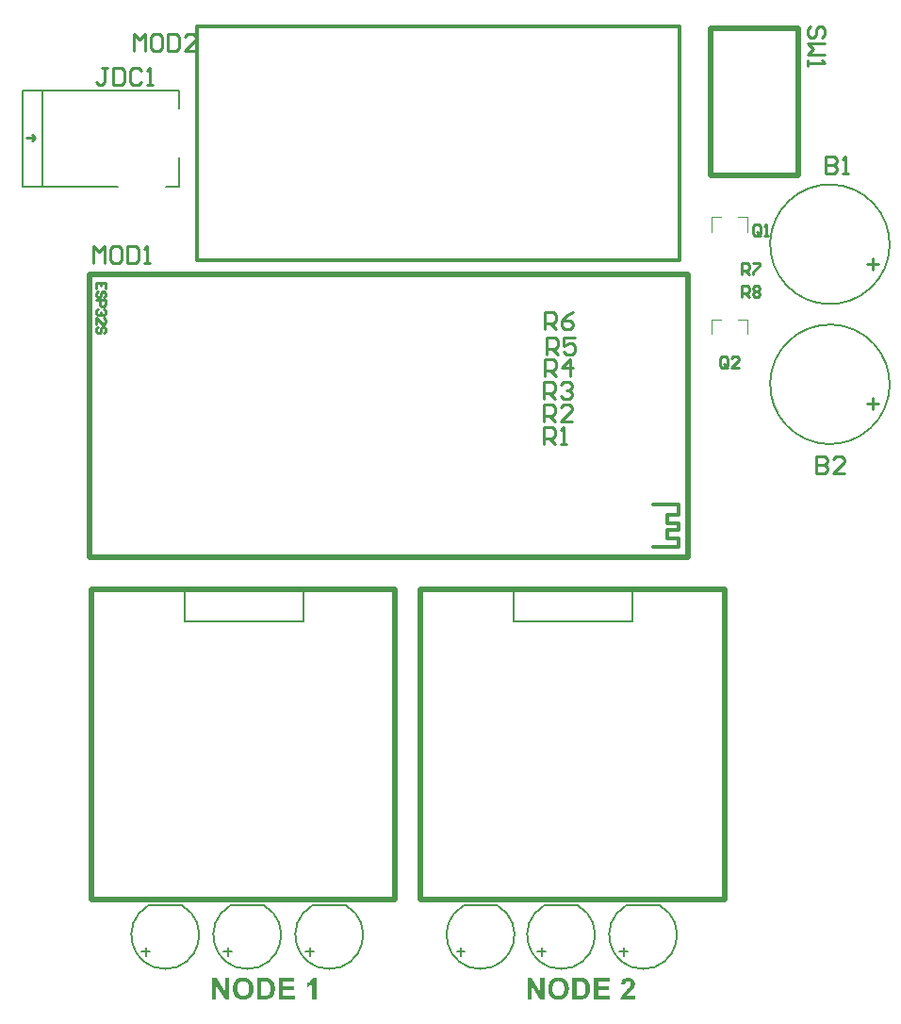
<source format=gto>
G04*
G04 #@! TF.GenerationSoftware,Altium Limited,Altium Designer,21.3.2 (30)*
G04*
G04 Layer_Color=65535*
%FSTAX24Y24*%
%MOIN*%
G70*
G04*
G04 #@! TF.SameCoordinates,70DC1E10-037C-42C7-9AD5-60C584CD1C3D*
G04*
G04*
G04 #@! TF.FilePolarity,Positive*
G04*
G01*
G75*
%ADD10C,0.0070*%
%ADD11C,0.0080*%
%ADD12C,0.0197*%
%ADD13C,0.0079*%
%ADD14C,0.0100*%
%ADD15C,0.0039*%
%ADD16C,0.0118*%
G36*
X018501Y011514D02*
X018348D01*
X018041Y012013D01*
Y011514D01*
X0179D01*
Y012271D01*
X018048D01*
X01836Y011761D01*
Y012271D01*
X018501D01*
Y011514D01*
D02*
G37*
G36*
X021482Y012274D02*
X021492Y012273D01*
X021503Y012272D01*
X021515Y012269D01*
X021528Y012267D01*
X021556Y01226D01*
X021584Y012249D01*
X0216Y012242D01*
X021613Y012234D01*
X021627Y012225D01*
X021639Y012214D01*
X02164Y012213D01*
X021642Y012212D01*
X021645Y012207D01*
X021649Y012203D01*
X021654Y012197D01*
X02166Y01219D01*
X021665Y012182D01*
X021672Y012172D01*
X021683Y01215D01*
X021694Y012125D01*
X021698Y012111D01*
X0217Y012096D01*
X021703Y012079D01*
X021704Y012063D01*
Y012061D01*
Y012054D01*
X021703Y012044D01*
X021701Y012032D01*
X021699Y012017D01*
X021696Y012001D01*
X021692Y011983D01*
X021685Y011966D01*
X021684Y011963D01*
X021682Y011958D01*
X021677Y011948D01*
X021671Y011936D01*
X021663Y011922D01*
X021653Y011905D01*
X021641Y011888D01*
X021627Y011869D01*
X021626Y011868D01*
X021622Y011863D01*
X021615Y011855D01*
X021605Y011844D01*
X021592Y011831D01*
X021576Y011814D01*
X021556Y011795D01*
X021532Y011772D01*
X021531Y011771D01*
X021529Y01177D01*
X021525Y011767D01*
X021521Y011762D01*
X021509Y011751D01*
X021495Y011738D01*
X021481Y011724D01*
X021466Y01171D01*
X021453Y011698D01*
X021449Y011692D01*
X021445Y011688D01*
X021444Y011687D01*
X021441Y011685D01*
X021438Y01168D01*
X021434Y011675D01*
X021424Y011663D01*
X021415Y011649D01*
X021704D01*
Y011514D01*
X021195D01*
Y011515D01*
Y011517D01*
X021196Y011522D01*
X021198Y011527D01*
X021199Y011534D01*
X0212Y011542D01*
X021204Y011561D01*
X021211Y011583D01*
X021219Y011607D01*
X02123Y011633D01*
X021245Y011658D01*
Y01166D01*
X021247Y011662D01*
X021249Y011666D01*
X021253Y011671D01*
X021258Y011678D01*
X021264Y011686D01*
X021272Y011696D01*
X021281Y011707D01*
X02129Y01172D01*
X021303Y011733D01*
X021316Y011748D01*
X021331Y011765D01*
X021347Y011781D01*
X021366Y011799D01*
X021386Y011819D01*
X021407Y01184D01*
X021409Y011841D01*
X021412Y011844D01*
X021416Y011849D01*
X021423Y011855D01*
X021431Y011862D01*
X02144Y011871D01*
X02146Y01189D01*
X02148Y011911D01*
X021499Y011932D01*
X021508Y01194D01*
X021517Y01195D01*
X021523Y011958D01*
X021528Y011965D01*
X021529Y011967D01*
X021532Y011972D01*
X021537Y011981D01*
X021543Y011993D01*
X021548Y012006D01*
X021554Y012021D01*
X021557Y012037D01*
X021558Y012053D01*
Y012054D01*
Y012055D01*
Y012061D01*
X021557Y012071D01*
X021555Y012081D01*
X021552Y012093D01*
X021547Y012106D01*
X021541Y012118D01*
X021532Y012128D01*
X021531Y01213D01*
X021528Y012133D01*
X021521Y012137D01*
X021513Y012142D01*
X021503Y012146D01*
X02149Y01215D01*
X021476Y012154D01*
X02146Y012155D01*
X021452D01*
X021444Y012154D01*
X021434Y012151D01*
X021422Y012148D01*
X02141Y012143D01*
X021398Y012136D01*
X021387Y012127D01*
X021386Y012126D01*
X021382Y012122D01*
X021378Y012115D01*
X021374Y012106D01*
X021368Y012093D01*
X021364Y012077D01*
X021359Y012059D01*
X021357Y012037D01*
X021213Y012051D01*
Y012052D01*
X021214Y012056D01*
Y012062D01*
X021216Y012071D01*
X021217Y01208D01*
X021221Y012091D01*
X021224Y012103D01*
X021227Y012118D01*
X021238Y012145D01*
X021251Y012173D01*
X02126Y012188D01*
X02127Y012201D01*
X021281Y012212D01*
X021293Y012222D01*
X021294Y012224D01*
X021296Y012225D01*
X021299Y012227D01*
X021305Y012231D01*
X021311Y012234D01*
X02132Y012239D01*
X021329Y012244D01*
X02134Y012249D01*
X021352Y012254D01*
X021365Y012259D01*
X021393Y012267D01*
X021427Y012273D01*
X021445Y012274D01*
X021463Y012275D01*
X021474D01*
X021482Y012274D01*
D02*
G37*
G36*
X020808Y012143D02*
X020401D01*
Y011975D01*
X02078D01*
Y011848D01*
X020401D01*
Y011642D01*
X020823D01*
Y011514D01*
X020248D01*
Y012271D01*
X020808D01*
Y012143D01*
D02*
G37*
G36*
X019795Y012269D02*
X019816Y012268D01*
X019839Y012267D01*
X019863Y012264D01*
X019886Y012261D01*
X019907Y012255D01*
X019908D01*
X01991Y012254D01*
X019913Y012253D01*
X019918Y012252D01*
X019931Y012247D01*
X019946Y012239D01*
X019964Y012229D01*
X019983Y012217D01*
X020002Y012203D01*
X02002Y012185D01*
X020022D01*
X020023Y012183D01*
X020028Y012177D01*
X020037Y012166D01*
X020047Y012151D01*
X020059Y012134D01*
X020071Y012113D01*
X020083Y012089D01*
X020093Y012063D01*
Y012062D01*
X020094Y01206D01*
X020095Y012055D01*
X020097Y01205D01*
X020098Y012043D01*
X0201Y012034D01*
X020102Y012025D01*
X020106Y012014D01*
X020108Y012002D01*
X02011Y011987D01*
X020112Y011973D01*
X020113Y011957D01*
X020117Y011923D01*
X020118Y011885D01*
Y011884D01*
Y01188D01*
Y011876D01*
Y011869D01*
X020117Y011861D01*
Y011852D01*
X020116Y011841D01*
X020114Y011829D01*
X020112Y011804D01*
X020108Y011778D01*
X020101Y01175D01*
X020094Y011724D01*
Y011723D01*
X020093Y011721D01*
X02009Y011716D01*
X020088Y01171D01*
X020086Y011703D01*
X020082Y011696D01*
X020073Y011676D01*
X020062Y011655D01*
X020048Y011632D01*
X020031Y01161D01*
X020013Y01159D01*
X020011Y011587D01*
X020005Y011583D01*
X019996Y011577D01*
X019984Y011568D01*
X019969Y011558D01*
X019952Y011548D01*
X01993Y011538D01*
X019906Y01153D01*
X019905D01*
X019903Y011528D01*
X0199D01*
X019897Y011527D01*
X019885Y011525D01*
X01987Y011522D01*
X019851Y011519D01*
X019828Y011516D01*
X019801Y011515D01*
X019771Y011514D01*
X019485D01*
Y012271D01*
X019787D01*
X019795Y012269D01*
D02*
G37*
G36*
X019013Y012284D02*
X019024D01*
X019038Y012281D01*
X019054Y012279D01*
X019073Y012276D01*
X019092Y012272D01*
X019113Y012266D01*
X019135Y01226D01*
X019157Y012251D01*
X01918Y012241D01*
X019202Y012229D01*
X019224Y012215D01*
X019244Y012198D01*
X019264Y01218D01*
X019265Y012179D01*
X019268Y012175D01*
X019274Y012169D01*
X019279Y012161D01*
X019287Y01215D01*
X019296Y012137D01*
X019304Y012122D01*
X019314Y012104D01*
X019324Y012086D01*
X019333Y012064D01*
X019342Y01204D01*
X019349Y012015D01*
X019356Y011986D01*
X01936Y011957D01*
X019364Y011925D01*
X019365Y011891D01*
Y011889D01*
Y011884D01*
X019364Y011874D01*
Y011861D01*
X019361Y011845D01*
X019359Y011828D01*
X019356Y011807D01*
X019353Y011786D01*
X019347Y011763D01*
X019341Y011739D01*
X019332Y011715D01*
X019322Y011691D01*
X019311Y011668D01*
X019297Y011645D01*
X019282Y011624D01*
X019264Y011603D01*
X019263Y011602D01*
X01926Y011598D01*
X019254Y011593D01*
X019245Y011586D01*
X019236Y011579D01*
X019224Y01157D01*
X019209Y011561D01*
X019194Y011551D01*
X019176Y011542D01*
X019156Y011533D01*
X019134Y011524D01*
X01911Y011516D01*
X019085Y01151D01*
X019057Y011504D01*
X019029Y011501D01*
X018998Y0115D01*
X018991D01*
X018982Y011501D01*
X018971Y011502D01*
X018957Y011503D01*
X018941Y011505D01*
X018922Y011509D01*
X018902Y011513D01*
X01888Y011519D01*
X01886Y011525D01*
X018837Y011534D01*
X018815Y011544D01*
X018792Y011555D01*
X018771Y011569D01*
X01875Y011584D01*
X018731Y011603D01*
X01873Y011604D01*
X018726Y011607D01*
X018722Y011614D01*
X018715Y011621D01*
X018708Y011632D01*
X018699Y011645D01*
X01869Y01166D01*
X018681Y011677D01*
X018672Y011696D01*
X018663Y011718D01*
X018654Y01174D01*
X018647Y011766D01*
X01864Y011793D01*
X018636Y011822D01*
X018632Y011854D01*
X018631Y011887D01*
Y011888D01*
Y011892D01*
Y011898D01*
X018632Y011907D01*
Y011916D01*
X018633Y011927D01*
X018635Y01194D01*
X018636Y011955D01*
X01864Y011985D01*
X018645Y012018D01*
X018654Y012051D01*
X018665Y012081D01*
Y012083D01*
X018666Y012084D01*
X018668Y012087D01*
X018669Y012091D01*
X018676Y012102D01*
X018684Y012116D01*
X018694Y012133D01*
X018706Y012149D01*
X01872Y012168D01*
X018735Y012185D01*
X018736Y012186D01*
X018737Y012188D01*
X018743Y012193D01*
X018753Y012202D01*
X018765Y012212D01*
X018779Y012222D01*
X018795Y012234D01*
X018814Y012245D01*
X018833Y012254D01*
X018835D01*
X018837Y012255D01*
X018841Y012257D01*
X018847Y012259D01*
X018853Y012262D01*
X018861Y012264D01*
X018871Y012266D01*
X01888Y012269D01*
X018904Y012275D01*
X018932Y01228D01*
X018963Y012284D01*
X018996Y012285D01*
X019004D01*
X019013Y012284D01*
D02*
G37*
G36*
X007351Y011514D02*
X007198D01*
X006891Y012013D01*
Y011514D01*
X00675D01*
Y012271D01*
X006898D01*
X00721Y011761D01*
Y012271D01*
X007351D01*
Y011514D01*
D02*
G37*
G36*
X010434D02*
X010289D01*
Y012062D01*
X010288Y012061D01*
X010286Y012059D01*
X010281Y012055D01*
X010275Y01205D01*
X010267Y012043D01*
X010259Y012037D01*
X010248Y012029D01*
X010236Y01202D01*
X010222Y012012D01*
X010208Y012003D01*
X010193Y011993D01*
X010177Y011984D01*
X010142Y011968D01*
X010102Y011953D01*
Y012084D01*
X010103D01*
X010104Y012085D01*
X010108Y012086D01*
X010112Y012087D01*
X010123Y012092D01*
X010138Y012099D01*
X010157Y012108D01*
X010178Y01212D01*
X010201Y012135D01*
X010225Y012153D01*
X010226Y012154D01*
X010228Y012155D01*
X010231Y012158D01*
X010236Y012162D01*
X010248Y012173D01*
X010261Y012188D01*
X010276Y012205D01*
X010291Y012227D01*
X010306Y01225D01*
X010316Y012275D01*
X010434D01*
Y011514D01*
D02*
G37*
G36*
X009658Y012143D02*
X009251D01*
Y011975D01*
X00963D01*
Y011848D01*
X009251D01*
Y011642D01*
X009673D01*
Y011514D01*
X009098D01*
Y012271D01*
X009658D01*
Y012143D01*
D02*
G37*
G36*
X008645Y012269D02*
X008666Y012268D01*
X008689Y012267D01*
X008713Y012264D01*
X008736Y012261D01*
X008757Y012255D01*
X008758D01*
X00876Y012254D01*
X008763Y012253D01*
X008768Y012252D01*
X008781Y012247D01*
X008796Y012239D01*
X008814Y012229D01*
X008833Y012217D01*
X008852Y012203D01*
X00887Y012185D01*
X008872D01*
X008873Y012183D01*
X008878Y012177D01*
X008887Y012166D01*
X008897Y012151D01*
X008909Y012134D01*
X008921Y012113D01*
X008933Y012089D01*
X008943Y012063D01*
Y012062D01*
X008944Y01206D01*
X008945Y012055D01*
X008947Y01205D01*
X008948Y012043D01*
X00895Y012034D01*
X008952Y012025D01*
X008956Y012014D01*
X008958Y012002D01*
X00896Y011987D01*
X008962Y011973D01*
X008963Y011957D01*
X008967Y011923D01*
X008968Y011885D01*
Y011884D01*
Y01188D01*
Y011876D01*
Y011869D01*
X008967Y011861D01*
Y011852D01*
X008966Y011841D01*
X008964Y011829D01*
X008962Y011804D01*
X008958Y011778D01*
X008951Y01175D01*
X008944Y011724D01*
Y011723D01*
X008943Y011721D01*
X00894Y011716D01*
X008938Y01171D01*
X008936Y011703D01*
X008932Y011696D01*
X008923Y011676D01*
X008912Y011655D01*
X008898Y011632D01*
X008881Y01161D01*
X008863Y01159D01*
X008861Y011587D01*
X008855Y011583D01*
X008846Y011577D01*
X008834Y011568D01*
X008819Y011558D01*
X008802Y011548D01*
X00878Y011538D01*
X008756Y01153D01*
X008755D01*
X008753Y011528D01*
X00875D01*
X008747Y011527D01*
X008735Y011525D01*
X00872Y011522D01*
X008701Y011519D01*
X008678Y011516D01*
X008651Y011515D01*
X008621Y011514D01*
X008335D01*
Y012271D01*
X008637D01*
X008645Y012269D01*
D02*
G37*
G36*
X007863Y012284D02*
X007874D01*
X007888Y012281D01*
X007904Y012279D01*
X007923Y012276D01*
X007942Y012272D01*
X007963Y012266D01*
X007985Y01226D01*
X008007Y012251D01*
X00803Y012241D01*
X008052Y012229D01*
X008074Y012215D01*
X008094Y012198D01*
X008114Y01218D01*
X008115Y012179D01*
X008118Y012175D01*
X008124Y012169D01*
X008129Y012161D01*
X008137Y01215D01*
X008146Y012137D01*
X008155Y012122D01*
X008164Y012104D01*
X008174Y012086D01*
X008183Y012064D01*
X008192Y01204D01*
X008199Y012015D01*
X008206Y011986D01*
X00821Y011957D01*
X008214Y011925D01*
X008215Y011891D01*
Y011889D01*
Y011884D01*
X008214Y011874D01*
Y011861D01*
X008211Y011845D01*
X008209Y011828D01*
X008206Y011807D01*
X008203Y011786D01*
X008197Y011763D01*
X008191Y011739D01*
X008182Y011715D01*
X008172Y011691D01*
X008161Y011668D01*
X008147Y011645D01*
X008132Y011624D01*
X008114Y011603D01*
X008113Y011602D01*
X00811Y011598D01*
X008104Y011593D01*
X008095Y011586D01*
X008086Y011579D01*
X008074Y01157D01*
X008059Y011561D01*
X008044Y011551D01*
X008026Y011542D01*
X008006Y011533D01*
X007984Y011524D01*
X00796Y011516D01*
X007935Y01151D01*
X007907Y011504D01*
X007879Y011501D01*
X007848Y0115D01*
X007841D01*
X007832Y011501D01*
X007821Y011502D01*
X007807Y011503D01*
X007791Y011505D01*
X007772Y011509D01*
X007752Y011513D01*
X00773Y011519D01*
X00771Y011525D01*
X007687Y011534D01*
X007665Y011544D01*
X007642Y011555D01*
X007621Y011569D01*
X0076Y011584D01*
X007581Y011603D01*
X00758Y011604D01*
X007576Y011607D01*
X007572Y011614D01*
X007565Y011621D01*
X007558Y011632D01*
X007549Y011645D01*
X00754Y01166D01*
X007531Y011677D01*
X007522Y011696D01*
X007513Y011718D01*
X007504Y01174D01*
X007497Y011766D01*
X00749Y011793D01*
X007486Y011822D01*
X007482Y011854D01*
X007481Y011887D01*
Y011888D01*
Y011892D01*
Y011898D01*
X007482Y011907D01*
Y011916D01*
X007483Y011927D01*
X007484Y01194D01*
X007486Y011955D01*
X00749Y011985D01*
X007495Y012018D01*
X007504Y012051D01*
X007515Y012081D01*
Y012083D01*
X007516Y012084D01*
X007518Y012087D01*
X007519Y012091D01*
X007526Y012102D01*
X007534Y012116D01*
X007544Y012133D01*
X007556Y012149D01*
X00757Y012168D01*
X007585Y012185D01*
X007586Y012186D01*
X007587Y012188D01*
X007593Y012193D01*
X007603Y012202D01*
X007615Y012212D01*
X007629Y012222D01*
X007645Y012234D01*
X007664Y012245D01*
X007683Y012254D01*
X007685D01*
X007687Y012255D01*
X007691Y012257D01*
X007697Y012259D01*
X007703Y012262D01*
X007711Y012264D01*
X007721Y012266D01*
X00773Y012269D01*
X007754Y012275D01*
X007782Y01228D01*
X007813Y012284D01*
X007846Y012285D01*
X007854D01*
X007863Y012284D01*
D02*
G37*
%LPC*%
G36*
X019737Y012143D02*
X019638D01*
Y011642D01*
X019772D01*
X019787Y011643D01*
X019802D01*
X019817Y011645D01*
X019831Y011646D01*
X019843Y011649D01*
X019846D01*
X01985Y011651D01*
X019856Y011653D01*
X019865Y011656D01*
X019875Y011661D01*
X019885Y011666D01*
X019895Y011673D01*
X019905Y01168D01*
X019906Y011681D01*
X019909Y011685D01*
X019913Y01169D01*
X019919Y011698D01*
X019924Y011708D01*
X019932Y01172D01*
X019937Y011735D01*
X019944Y011752D01*
Y011754D01*
X019945Y011755D01*
Y011758D01*
X019946Y011762D01*
X019948Y011767D01*
X019949Y011773D01*
X019953Y01179D01*
X019955Y011809D01*
X019958Y011832D01*
X019959Y011861D01*
X01996Y011891D01*
Y011892D01*
Y011896D01*
Y0119D01*
Y011905D01*
Y011913D01*
X019959Y011922D01*
X019958Y01194D01*
X019956Y011962D01*
X019954Y011985D01*
X019949Y012006D01*
X019944Y012026D01*
Y012027D01*
X019943Y012028D01*
X019941Y012033D01*
X019937Y012042D01*
X019933Y012053D01*
X019926Y012064D01*
X019919Y012076D01*
X01991Y012088D01*
X0199Y012099D01*
X019899Y0121D01*
X019896Y012103D01*
X019889Y012108D01*
X019882Y012113D01*
X019871Y01212D01*
X019859Y012125D01*
X019846Y012131D01*
X01983Y012135D01*
X019829D01*
X019824Y012136D01*
X019815Y012137D01*
X019803Y012139D01*
X019795D01*
X019785Y012141D01*
X019776D01*
X019765Y012142D01*
X019752D01*
X019737Y012143D01*
D02*
G37*
G36*
X018998Y012155D02*
X01899D01*
X018983Y012154D01*
X018974Y012153D01*
X018966Y012151D01*
X018944Y012147D01*
X01892Y012138D01*
X018907Y012134D01*
X018894Y012127D01*
X018882Y01212D01*
X018868Y012111D01*
X018856Y012101D01*
X018845Y012089D01*
X018844Y012088D01*
X018843Y012086D01*
X01884Y012083D01*
X018837Y012077D01*
X018832Y012069D01*
X018828Y012062D01*
X018822Y012052D01*
X018817Y01204D01*
X018812Y012027D01*
X018806Y012013D01*
X018802Y011996D01*
X018797Y011979D01*
X018794Y011959D01*
X018791Y011938D01*
X01879Y011916D01*
X018789Y011892D01*
Y011891D01*
Y011887D01*
Y01188D01*
X01879Y011872D01*
X018791Y011861D01*
X018792Y011848D01*
X018794Y011834D01*
X018796Y011819D01*
X018803Y011787D01*
X018814Y011756D01*
X01882Y011739D01*
X018828Y011724D01*
X018838Y01171D01*
X018848Y011697D01*
X018849Y011696D01*
X018851Y011693D01*
X018854Y01169D01*
X018859Y011687D01*
X018864Y011681D01*
X018872Y011676D01*
X018879Y011669D01*
X018889Y011664D01*
X01891Y011651D01*
X018936Y011641D01*
X01895Y011637D01*
X018966Y011633D01*
X018982Y011631D01*
X018998Y01163D01*
X019007D01*
X019014Y011631D01*
X019021Y011632D01*
X01903Y011633D01*
X019051Y011639D01*
X019075Y011646D01*
X019087Y011652D01*
X0191Y011657D01*
X019112Y011665D01*
X019125Y011674D01*
X019137Y011684D01*
X019148Y011696D01*
X019149Y011697D01*
X01915Y011699D01*
X019154Y011702D01*
X019157Y011708D01*
X019162Y011715D01*
X019167Y011724D01*
X019172Y011734D01*
X019178Y011746D01*
X019183Y011759D01*
X019189Y011773D01*
X019194Y01179D01*
X019198Y011808D01*
X019202Y011827D01*
X019205Y011848D01*
X019206Y011871D01*
X019207Y011895D01*
Y011896D01*
Y0119D01*
Y011907D01*
X019206Y011916D01*
X019205Y011927D01*
X019204Y011939D01*
X019203Y011954D01*
X0192Y011968D01*
X019193Y011999D01*
X019183Y012032D01*
X019177Y012049D01*
X019169Y012063D01*
X019159Y012077D01*
X019149Y01209D01*
X019148Y012091D01*
X019147Y012093D01*
X019144Y012096D01*
X019139Y0121D01*
X019133Y012106D01*
X019126Y012111D01*
X019119Y012116D01*
X019109Y012123D01*
X019099Y012128D01*
X019087Y012134D01*
X019062Y012145D01*
X019048Y012149D01*
X019032Y012151D01*
X019016Y012154D01*
X018998Y012155D01*
D02*
G37*
G36*
X008587Y012143D02*
X008488D01*
Y011642D01*
X008622D01*
X008637Y011643D01*
X008652D01*
X008667Y011645D01*
X008681Y011646D01*
X008693Y011649D01*
X008696D01*
X0087Y011651D01*
X008706Y011653D01*
X008715Y011656D01*
X008725Y011661D01*
X008735Y011666D01*
X008745Y011673D01*
X008755Y01168D01*
X008756Y011681D01*
X008759Y011685D01*
X008763Y01169D01*
X008769Y011698D01*
X008774Y011708D01*
X008782Y01172D01*
X008787Y011735D01*
X008794Y011752D01*
Y011754D01*
X008795Y011755D01*
Y011758D01*
X008796Y011762D01*
X008798Y011767D01*
X008799Y011773D01*
X008803Y01179D01*
X008805Y011809D01*
X008808Y011832D01*
X008809Y011861D01*
X00881Y011891D01*
Y011892D01*
Y011896D01*
Y0119D01*
Y011905D01*
Y011913D01*
X008809Y011922D01*
X008808Y01194D01*
X008806Y011962D01*
X008804Y011985D01*
X008799Y012006D01*
X008794Y012026D01*
Y012027D01*
X008793Y012028D01*
X008791Y012033D01*
X008787Y012042D01*
X008783Y012053D01*
X008776Y012064D01*
X008769Y012076D01*
X00876Y012088D01*
X00875Y012099D01*
X008749Y0121D01*
X008746Y012103D01*
X008739Y012108D01*
X008732Y012113D01*
X008721Y01212D01*
X008709Y012125D01*
X008696Y012131D01*
X00868Y012135D01*
X008679D01*
X008674Y012136D01*
X008665Y012137D01*
X008653Y012139D01*
X008645D01*
X008635Y012141D01*
X008626D01*
X008615Y012142D01*
X008602D01*
X008587Y012143D01*
D02*
G37*
G36*
X007848Y012155D02*
X00784D01*
X007833Y012154D01*
X007824Y012153D01*
X007816Y012151D01*
X007794Y012147D01*
X00777Y012138D01*
X007757Y012134D01*
X007744Y012127D01*
X007732Y01212D01*
X007718Y012111D01*
X007706Y012101D01*
X007695Y012089D01*
X007694Y012088D01*
X007693Y012086D01*
X00769Y012083D01*
X007687Y012077D01*
X007682Y012069D01*
X007678Y012062D01*
X007672Y012052D01*
X007667Y01204D01*
X007662Y012027D01*
X007656Y012013D01*
X007652Y011996D01*
X007647Y011979D01*
X007644Y011959D01*
X007641Y011938D01*
X00764Y011916D01*
X007639Y011892D01*
Y011891D01*
Y011887D01*
Y01188D01*
X00764Y011872D01*
X007641Y011861D01*
X007642Y011848D01*
X007644Y011834D01*
X007646Y011819D01*
X007653Y011787D01*
X007664Y011756D01*
X00767Y011739D01*
X007678Y011724D01*
X007688Y01171D01*
X007698Y011697D01*
X007699Y011696D01*
X007701Y011693D01*
X007704Y01169D01*
X007709Y011687D01*
X007714Y011681D01*
X007722Y011676D01*
X007729Y011669D01*
X007739Y011664D01*
X00776Y011651D01*
X007786Y011641D01*
X0078Y011637D01*
X007816Y011633D01*
X007832Y011631D01*
X007848Y01163D01*
X007857D01*
X007864Y011631D01*
X007871Y011632D01*
X00788Y011633D01*
X007901Y011639D01*
X007925Y011646D01*
X007937Y011652D01*
X00795Y011657D01*
X007962Y011665D01*
X007975Y011674D01*
X007987Y011684D01*
X007998Y011696D01*
X007999Y011697D01*
X008Y011699D01*
X008004Y011702D01*
X008007Y011708D01*
X008012Y011715D01*
X008017Y011724D01*
X008022Y011734D01*
X008028Y011746D01*
X008033Y011759D01*
X008039Y011773D01*
X008044Y01179D01*
X008048Y011808D01*
X008052Y011827D01*
X008055Y011848D01*
X008056Y011871D01*
X008057Y011895D01*
Y011896D01*
Y0119D01*
Y011907D01*
X008056Y011916D01*
X008055Y011927D01*
X008054Y011939D01*
X008053Y011954D01*
X00805Y011968D01*
X008043Y011999D01*
X008033Y012032D01*
X008027Y012049D01*
X008019Y012063D01*
X008009Y012077D01*
X007999Y01209D01*
X007998Y012091D01*
X007997Y012093D01*
X007994Y012096D01*
X007989Y0121D01*
X007983Y012106D01*
X007976Y012111D01*
X007969Y012116D01*
X007959Y012123D01*
X007949Y012128D01*
X007937Y012134D01*
X007912Y012145D01*
X007898Y012149D01*
X007882Y012151D01*
X007866Y012154D01*
X007848Y012155D01*
D02*
G37*
%LPD*%
D10*
X021383Y01482D02*
G03*
X02259Y014824I000607J-001035D01*
G01*
X018483Y01482D02*
G03*
X01969Y014824I000607J-001035D01*
G01*
X015633Y01482D02*
G03*
X01684Y014824I000607J-001035D01*
G01*
X010283Y01482D02*
G03*
X01149Y014824I000607J-001035D01*
G01*
X007383Y01482D02*
G03*
X00859Y014824I000607J-001035D01*
G01*
X004483Y01482D02*
G03*
X00569Y014824I000607J-001035D01*
G01*
X0213Y013045D02*
Y013345D01*
X02115Y013195D02*
X02143D01*
X02139Y014825D02*
X02258D01*
X01849D02*
X01968D01*
X01825Y013195D02*
X01853D01*
X0184Y013045D02*
Y013345D01*
X01555Y013045D02*
Y013345D01*
X0154Y013195D02*
X01568D01*
X01564Y014825D02*
X01683D01*
X0102Y013045D02*
Y013345D01*
X01005Y013195D02*
X01033D01*
X01029Y014825D02*
X01148D01*
X00739D02*
X00858D01*
X00715Y013195D02*
X00743D01*
X0073Y013045D02*
Y013345D01*
X0044Y013045D02*
Y013345D01*
X00425Y013195D02*
X00453D01*
X00449Y014825D02*
X00568D01*
X00074Y04027D02*
Y04365D01*
X00004D02*
X00557D01*
X00004Y04024D02*
Y04365D01*
Y04024D02*
X0034D01*
X00511D02*
X00557D01*
Y04128D01*
Y04301D02*
Y04365D01*
D11*
X027059Y031805D02*
G03*
X027045Y03182I001539J001448D01*
G01*
X027059Y036755D02*
G03*
X027045Y03677I001539J001448D01*
G01*
D12*
X014126Y025991D02*
X024874D01*
Y015046D02*
Y025991D01*
X014126Y015046D02*
X024874D01*
X014126D02*
Y025991D01*
X002404Y03715D02*
X023585D01*
Y02715D02*
Y03715D01*
X002404Y02715D02*
Y03715D01*
Y02715D02*
X023585Y02715D01*
X002476Y015046D02*
Y025991D01*
Y015046D02*
X013224D01*
Y025991D01*
X002476D02*
X013224D01*
X024385Y040651D02*
X027495D01*
Y045848D01*
X024385D02*
X027495D01*
X024385Y040651D02*
Y045848D01*
D13*
X017413Y024865D02*
X021626D01*
X017413Y025924D02*
X021626D01*
Y024865D02*
Y025924D01*
X017413Y024865D02*
Y025924D01*
X005763Y024865D02*
Y025924D01*
X009976Y024865D02*
Y025924D01*
X005763D02*
X009976D01*
X005763Y024865D02*
X009976D01*
D14*
X000188Y041965D02*
X000481D01*
X000386Y042073D02*
X000481Y041965D01*
X000386Y04187D02*
X000481Y041965D01*
X030297Y032556D02*
X029897D01*
X030097Y032356D02*
Y032756D01*
X002976Y036643D02*
Y036853D01*
X002661D01*
Y036643D01*
X002819Y036853D02*
Y036748D01*
X002924Y036328D02*
X002976Y036381D01*
Y036486D01*
X002924Y036538D01*
X002871D01*
X002819Y036486D01*
Y036381D01*
X002766Y036328D01*
X002714D01*
X002661Y036381D01*
Y036486D01*
X002714Y036538D01*
X002661Y036223D02*
X002976D01*
Y036066D01*
X002924Y036014D01*
X002819D01*
X002766Y036066D01*
Y036223D01*
X002924Y035909D02*
X002976Y035856D01*
Y035751D01*
X002924Y035699D01*
X002871D01*
X002819Y035751D01*
Y035804D01*
Y035751D01*
X002766Y035699D01*
X002714D01*
X002661Y035751D01*
Y035856D01*
X002714Y035909D01*
X002661Y035384D02*
Y035594D01*
X002871Y035384D01*
X002924D01*
X002976Y035436D01*
Y035541D01*
X002924Y035594D01*
Y035069D02*
X002976Y035121D01*
Y035226D01*
X002924Y035279D01*
X002871D01*
X002819Y035226D01*
Y035121D01*
X002766Y035069D01*
X002714D01*
X002661Y035121D01*
Y035226D01*
X002714Y035279D01*
X030297Y037506D02*
X029897D01*
X030097Y037306D02*
Y037706D01*
X00255Y03755D02*
Y03815D01*
X00275Y03795D01*
X00295Y03815D01*
Y03755D01*
X00345Y03815D02*
X00325D01*
X00315Y03805D01*
Y03765D01*
X00325Y03755D01*
X00345D01*
X00355Y03765D01*
Y03805D01*
X00345Y03815D01*
X00375D02*
Y03755D01*
X00405D01*
X004149Y03765D01*
Y03805D01*
X00405Y03815D01*
X00375D01*
X004349Y03755D02*
X004549D01*
X004449D01*
Y03815D01*
X004349Y03805D01*
X0283Y0455D02*
X0284Y0456D01*
Y0458D01*
X0283Y0459D01*
X0282D01*
X0281Y0458D01*
Y0456D01*
X028Y0455D01*
X0279D01*
X0278Y0456D01*
Y0458D01*
X0279Y0459D01*
X0284Y0453D02*
X0278D01*
X028Y0451D01*
X0278Y0449D01*
X0284D01*
X0278Y0447D02*
Y0445D01*
Y0446D01*
X0284D01*
X0283Y0447D01*
X025472Y036353D02*
Y036747D01*
X025669D01*
X025734Y036681D01*
Y03655D01*
X025669Y036484D01*
X025472D01*
X025603D02*
X025734Y036353D01*
X025866Y036681D02*
X025931Y036747D01*
X026062D01*
X026128Y036681D01*
Y036616D01*
X026062Y03655D01*
X026128Y036484D01*
Y036419D01*
X026062Y036353D01*
X025931D01*
X025866Y036419D01*
Y036484D01*
X025931Y03655D01*
X025866Y036616D01*
Y036681D01*
X025931Y03655D02*
X026062D01*
X025472Y037153D02*
Y037547D01*
X025669D01*
X025734Y037481D01*
Y03735D01*
X025669Y037284D01*
X025472D01*
X025603D02*
X025734Y037153D01*
X025866Y037547D02*
X026128D01*
Y037481D01*
X025866Y037219D01*
Y037153D01*
X018513Y035189D02*
Y035789D01*
X018813D01*
X018913Y035689D01*
Y035489D01*
X018813Y035389D01*
X018513D01*
X018713D02*
X018913Y035189D01*
X019513Y035789D02*
X019313Y035689D01*
X019113Y035489D01*
Y035289D01*
X019213Y035189D01*
X019413D01*
X019513Y035289D01*
Y035389D01*
X019413Y035489D01*
X019113D01*
X018563Y034289D02*
Y034889D01*
X018863D01*
X018963Y034789D01*
Y034589D01*
X018863Y034489D01*
X018563D01*
X018763D02*
X018963Y034289D01*
X019563Y034889D02*
X019163D01*
Y034589D01*
X019363Y034689D01*
X019463D01*
X019563Y034589D01*
Y034389D01*
X019463Y034289D01*
X019263D01*
X019163Y034389D01*
X018513Y033539D02*
Y034139D01*
X018813D01*
X018913Y034039D01*
Y033839D01*
X018813Y033739D01*
X018513D01*
X018713D02*
X018913Y033539D01*
X019413D02*
Y034139D01*
X019113Y033839D01*
X019513D01*
X01847Y032739D02*
Y033339D01*
X018769D01*
X018869Y033239D01*
Y033039D01*
X018769Y032939D01*
X01847D01*
X018669D02*
X018869Y032739D01*
X019069Y033239D02*
X019169Y033339D01*
X019369D01*
X019469Y033239D01*
Y033139D01*
X019369Y033039D01*
X019269D01*
X019369D01*
X019469Y032939D01*
Y032839D01*
X019369Y032739D01*
X019169D01*
X019069Y032839D01*
X018463Y031939D02*
Y032539D01*
X018763D01*
X018863Y032439D01*
Y032239D01*
X018763Y032139D01*
X018463D01*
X018663D02*
X018863Y031939D01*
X019463D02*
X019063D01*
X019463Y032339D01*
Y032439D01*
X019363Y032539D01*
X019163D01*
X019063Y032439D01*
X018476Y031139D02*
Y031739D01*
X018776D01*
X018876Y031639D01*
Y031439D01*
X018776Y031339D01*
X018476D01*
X018676D02*
X018876Y031139D01*
X019076D02*
X019276D01*
X019176D01*
Y031739D01*
X019076Y031639D01*
X024984Y033919D02*
Y034181D01*
X024919Y034247D01*
X024788D01*
X024722Y034181D01*
Y033919D01*
X024788Y033853D01*
X024919D01*
X024853Y033984D02*
X024984Y033853D01*
X024919D02*
X024984Y033919D01*
X025378Y033853D02*
X025116D01*
X025378Y034116D01*
Y034181D01*
X025312Y034247D01*
X025181D01*
X025116Y034181D01*
X02615Y038569D02*
Y038831D01*
X026084Y038897D01*
X025953D01*
X025888Y038831D01*
Y038569D01*
X025953Y038503D01*
X026084D01*
X026019Y038634D02*
X02615Y038503D01*
X026084D02*
X02615Y038569D01*
X026281Y038503D02*
X026412D01*
X026347D01*
Y038897D01*
X026281Y038831D01*
X00398Y04505D02*
Y04565D01*
X00418Y04545D01*
X00438Y04565D01*
Y04505D01*
X00488Y04565D02*
X00468D01*
X00458Y04555D01*
Y04515D01*
X00468Y04505D01*
X00488D01*
X00498Y04515D01*
Y04555D01*
X00488Y04565D01*
X00518D02*
Y04505D01*
X00548D01*
X00558Y04515D01*
Y04555D01*
X00548Y04565D01*
X00518D01*
X00618Y04505D02*
X00578D01*
X00618Y04545D01*
Y04555D01*
X00608Y04565D01*
X00588D01*
X00578Y04555D01*
X00305Y04445D02*
X00285D01*
X00295D01*
Y04395D01*
X00285Y04385D01*
X00275D01*
X00265Y04395D01*
X00325Y04445D02*
Y04385D01*
X00355D01*
X00365Y04395D01*
Y04435D01*
X00355Y04445D01*
X00325D01*
X00425Y04435D02*
X00415Y04445D01*
X00395D01*
X00385Y04435D01*
Y04395D01*
X00395Y04385D01*
X00415D01*
X00425Y04395D01*
X00445Y04385D02*
X00465D01*
X00455D01*
Y04445D01*
X00445Y04435D01*
X0281Y0307D02*
Y0301D01*
X0284D01*
X0285Y0302D01*
Y0303D01*
X0284Y0304D01*
X0281D01*
X0284D01*
X0285Y0305D01*
Y0306D01*
X0284Y0307D01*
X0281D01*
X0291Y0301D02*
X0287D01*
X0291Y0305D01*
Y0306D01*
X029Y0307D01*
X0288D01*
X0287Y0306D01*
X02845Y0413D02*
Y0407D01*
X02875D01*
X02885Y0408D01*
Y0409D01*
X02875Y041D01*
X02845D01*
X02875D01*
X02885Y0411D01*
Y0412D01*
X02875Y0413D01*
X02845D01*
X02905Y0407D02*
X02925D01*
X02915D01*
Y0413D01*
X02905Y0412D01*
D15*
X02442Y038648D02*
Y03916D01*
X02475D01*
X02535D02*
X02568D01*
Y038648D02*
Y03916D01*
X02442Y035031D02*
Y035543D01*
X02475D01*
X02535D02*
X02568D01*
Y035031D02*
Y035543D01*
D16*
X022353Y027488D02*
X023253D01*
Y027788D01*
X022853D02*
X023253D01*
X022853D02*
Y028088D01*
X023253D01*
Y028338D01*
X022853D02*
X023253D01*
X022853D02*
Y028638D01*
X023253D01*
Y028988D01*
X022353D02*
X023253D01*
X023284Y037645D02*
Y045913D01*
X009937D02*
X019583D01*
X006229Y037645D02*
X023284D01*
X006229D02*
Y045913D01*
X009937D01*
X019583D02*
X023284D01*
M02*

</source>
